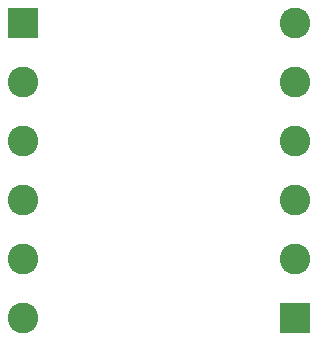
<source format=gbr>
%TF.GenerationSoftware,KiCad,Pcbnew,8.0.4*%
%TF.CreationDate,2024-10-17T15:12:59+10:30*%
%TF.ProjectId,bias circuit,62696173-2063-4697-9263-7569742e6b69,rev?*%
%TF.SameCoordinates,Original*%
%TF.FileFunction,Soldermask,Bot*%
%TF.FilePolarity,Negative*%
%FSLAX46Y46*%
G04 Gerber Fmt 4.6, Leading zero omitted, Abs format (unit mm)*
G04 Created by KiCad (PCBNEW 8.0.4) date 2024-10-17 15:12:59*
%MOMM*%
%LPD*%
G01*
G04 APERTURE LIST*
%ADD10R,2.600000X2.600000*%
%ADD11C,2.600000*%
G04 APERTURE END LIST*
D10*
%TO.C,J2*%
X148000000Y-110000000D03*
D11*
X148000000Y-105000000D03*
X148000000Y-100000000D03*
X148000000Y-95000000D03*
X148000000Y-90000000D03*
X148000000Y-85000000D03*
%TD*%
%TO.C,J1*%
X125000000Y-110000000D03*
X125000000Y-105000000D03*
X125000000Y-100000000D03*
X125000000Y-95000000D03*
X125000000Y-90000000D03*
D10*
X125000000Y-85000000D03*
%TD*%
M02*

</source>
